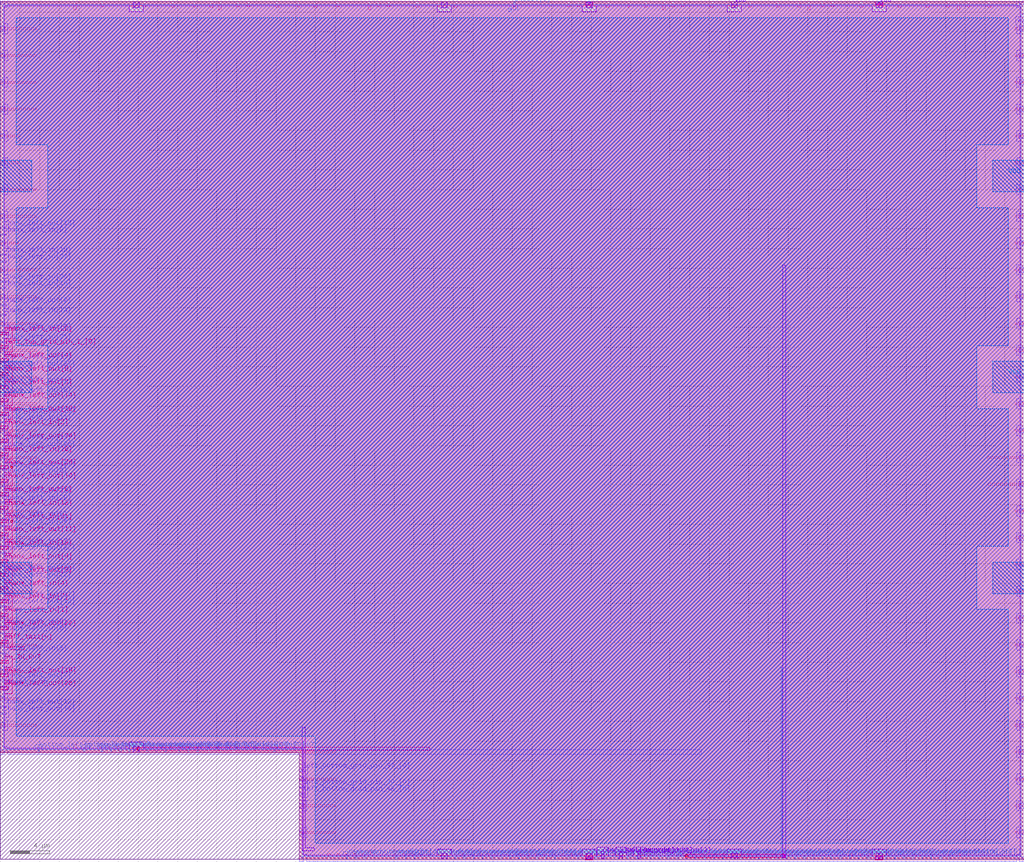
<source format=lef>
VERSION 5.7 ;
BUSBITCHARS "[]" ;

UNITS
  DATABASE MICRONS 1000 ;
END UNITS

MANUFACTURINGGRID 0.005 ;

LAYER li1
  TYPE ROUTING ;
  DIRECTION VERTICAL ;
  PITCH 0.46 ;
  WIDTH 0.17 ;
END li1

LAYER mcon
  TYPE CUT ;
END mcon

LAYER met1
  TYPE ROUTING ;
  DIRECTION HORIZONTAL ;
  PITCH 0.34 ;
  WIDTH 0.14 ;
END met1

LAYER via
  TYPE CUT ;
END via

LAYER met2
  TYPE ROUTING ;
  DIRECTION VERTICAL ;
  PITCH 0.46 ;
  WIDTH 0.14 ;
END met2

LAYER via2
  TYPE CUT ;
END via2

LAYER met3
  TYPE ROUTING ;
  DIRECTION HORIZONTAL ;
  PITCH 0.68 ;
  WIDTH 0.3 ;
END met3

LAYER via3
  TYPE CUT ;
END via3

LAYER met4
  TYPE ROUTING ;
  DIRECTION VERTICAL ;
  PITCH 0.92 ;
  WIDTH 0.3 ;
END met4

LAYER via4
  TYPE CUT ;
END via4

LAYER met5
  TYPE ROUTING ;
  DIRECTION HORIZONTAL ;
  PITCH 3.4 ;
  WIDTH 1.6 ;
END met5

LAYER nwell
  TYPE MASTERSLICE ;
END nwell

LAYER pwell
  TYPE MASTERSLICE ;
END pwell

LAYER OVERLAP
  TYPE OVERLAP ;
END OVERLAP

VIA L1M1_PR
  LAYER li1 ;
    RECT -0.085 -0.085 0.085 0.085 ;
  LAYER mcon ;
    RECT -0.085 -0.085 0.085 0.085 ;
  LAYER met1 ;
    RECT -0.145 -0.115 0.145 0.115 ;
END L1M1_PR

VIA L1M1_PR_R
  LAYER li1 ;
    RECT -0.085 -0.085 0.085 0.085 ;
  LAYER mcon ;
    RECT -0.085 -0.085 0.085 0.085 ;
  LAYER met1 ;
    RECT -0.115 -0.145 0.115 0.145 ;
END L1M1_PR_R

VIA L1M1_PR_M
  LAYER li1 ;
    RECT -0.085 -0.085 0.085 0.085 ;
  LAYER mcon ;
    RECT -0.085 -0.085 0.085 0.085 ;
  LAYER met1 ;
    RECT -0.115 -0.145 0.115 0.145 ;
END L1M1_PR_M

VIA L1M1_PR_MR
  LAYER li1 ;
    RECT -0.085 -0.085 0.085 0.085 ;
  LAYER mcon ;
    RECT -0.085 -0.085 0.085 0.085 ;
  LAYER met1 ;
    RECT -0.145 -0.115 0.145 0.115 ;
END L1M1_PR_MR

VIA L1M1_PR_C
  LAYER li1 ;
    RECT -0.085 -0.085 0.085 0.085 ;
  LAYER mcon ;
    RECT -0.085 -0.085 0.085 0.085 ;
  LAYER met1 ;
    RECT -0.145 -0.145 0.145 0.145 ;
END L1M1_PR_C

VIA M1M2_PR
  LAYER met1 ;
    RECT -0.16 -0.13 0.16 0.13 ;
  LAYER via ;
    RECT -0.075 -0.075 0.075 0.075 ;
  LAYER met2 ;
    RECT -0.13 -0.16 0.13 0.16 ;
END M1M2_PR

VIA M1M2_PR_Enc
  LAYER met1 ;
    RECT -0.16 -0.13 0.16 0.13 ;
  LAYER via ;
    RECT -0.075 -0.075 0.075 0.075 ;
  LAYER met2 ;
    RECT -0.16 -0.13 0.16 0.13 ;
END M1M2_PR_Enc

VIA M1M2_PR_R
  LAYER met1 ;
    RECT -0.13 -0.16 0.13 0.16 ;
  LAYER via ;
    RECT -0.075 -0.075 0.075 0.075 ;
  LAYER met2 ;
    RECT -0.16 -0.13 0.16 0.13 ;
END M1M2_PR_R

VIA M1M2_PR_R_Enc
  LAYER met1 ;
    RECT -0.13 -0.16 0.13 0.16 ;
  LAYER via ;
    RECT -0.075 -0.075 0.075 0.075 ;
  LAYER met2 ;
    RECT -0.13 -0.16 0.13 0.16 ;
END M1M2_PR_R_Enc

VIA M1M2_PR_M
  LAYER met1 ;
    RECT -0.16 -0.13 0.16 0.13 ;
  LAYER via ;
    RECT -0.075 -0.075 0.075 0.075 ;
  LAYER met2 ;
    RECT -0.16 -0.13 0.16 0.13 ;
END M1M2_PR_M

VIA M1M2_PR_M_Enc
  LAYER met1 ;
    RECT -0.16 -0.13 0.16 0.13 ;
  LAYER via ;
    RECT -0.075 -0.075 0.075 0.075 ;
  LAYER met2 ;
    RECT -0.13 -0.16 0.13 0.16 ;
END M1M2_PR_M_Enc

VIA M1M2_PR_MR
  LAYER met1 ;
    RECT -0.13 -0.16 0.13 0.16 ;
  LAYER via ;
    RECT -0.075 -0.075 0.075 0.075 ;
  LAYER met2 ;
    RECT -0.13 -0.16 0.13 0.16 ;
END M1M2_PR_MR

VIA M1M2_PR_MR_Enc
  LAYER met1 ;
    RECT -0.13 -0.16 0.13 0.16 ;
  LAYER via ;
    RECT -0.075 -0.075 0.075 0.075 ;
  LAYER met2 ;
    RECT -0.16 -0.13 0.16 0.13 ;
END M1M2_PR_MR_Enc

VIA M1M2_PR_C
  LAYER met1 ;
    RECT -0.16 -0.16 0.16 0.16 ;
  LAYER via ;
    RECT -0.075 -0.075 0.075 0.075 ;
  LAYER met2 ;
    RECT -0.16 -0.16 0.16 0.16 ;
END M1M2_PR_C

VIA M2M3_PR
  LAYER met2 ;
    RECT -0.14 -0.185 0.14 0.185 ;
  LAYER via2 ;
    RECT -0.1 -0.1 0.1 0.1 ;
  LAYER met3 ;
    RECT -0.165 -0.165 0.165 0.165 ;
END M2M3_PR

VIA M2M3_PR_R
  LAYER met2 ;
    RECT -0.185 -0.14 0.185 0.14 ;
  LAYER via2 ;
    RECT -0.1 -0.1 0.1 0.1 ;
  LAYER met3 ;
    RECT -0.165 -0.165 0.165 0.165 ;
END M2M3_PR_R

VIA M2M3_PR_M
  LAYER met2 ;
    RECT -0.14 -0.185 0.14 0.185 ;
  LAYER via2 ;
    RECT -0.1 -0.1 0.1 0.1 ;
  LAYER met3 ;
    RECT -0.165 -0.165 0.165 0.165 ;
END M2M3_PR_M

VIA M2M3_PR_MR
  LAYER met2 ;
    RECT -0.185 -0.14 0.185 0.14 ;
  LAYER via2 ;
    RECT -0.1 -0.1 0.1 0.1 ;
  LAYER met3 ;
    RECT -0.165 -0.165 0.165 0.165 ;
END M2M3_PR_MR

VIA M2M3_PR_C
  LAYER met2 ;
    RECT -0.185 -0.185 0.185 0.185 ;
  LAYER via2 ;
    RECT -0.1 -0.1 0.1 0.1 ;
  LAYER met3 ;
    RECT -0.165 -0.165 0.165 0.165 ;
END M2M3_PR_C

VIA M3M4_PR
  LAYER met3 ;
    RECT -0.19 -0.16 0.19 0.16 ;
  LAYER via3 ;
    RECT -0.1 -0.1 0.1 0.1 ;
  LAYER met4 ;
    RECT -0.165 -0.165 0.165 0.165 ;
END M3M4_PR

VIA M3M4_PR_R
  LAYER met3 ;
    RECT -0.16 -0.19 0.16 0.19 ;
  LAYER via3 ;
    RECT -0.1 -0.1 0.1 0.1 ;
  LAYER met4 ;
    RECT -0.165 -0.165 0.165 0.165 ;
END M3M4_PR_R

VIA M3M4_PR_M
  LAYER met3 ;
    RECT -0.19 -0.16 0.19 0.16 ;
  LAYER via3 ;
    RECT -0.1 -0.1 0.1 0.1 ;
  LAYER met4 ;
    RECT -0.165 -0.165 0.165 0.165 ;
END M3M4_PR_M

VIA M3M4_PR_MR
  LAYER met3 ;
    RECT -0.16 -0.19 0.16 0.19 ;
  LAYER via3 ;
    RECT -0.1 -0.1 0.1 0.1 ;
  LAYER met4 ;
    RECT -0.165 -0.165 0.165 0.165 ;
END M3M4_PR_MR

VIA M3M4_PR_C
  LAYER met3 ;
    RECT -0.19 -0.19 0.19 0.19 ;
  LAYER via3 ;
    RECT -0.1 -0.1 0.1 0.1 ;
  LAYER met4 ;
    RECT -0.165 -0.165 0.165 0.165 ;
END M3M4_PR_C

VIA M4M5_PR
  LAYER met4 ;
    RECT -0.59 -0.59 0.59 0.59 ;
  LAYER via4 ;
    RECT -0.4 -0.4 0.4 0.4 ;
  LAYER met5 ;
    RECT -0.71 -0.71 0.71 0.71 ;
END M4M5_PR

VIA M4M5_PR_R
  LAYER met4 ;
    RECT -0.59 -0.59 0.59 0.59 ;
  LAYER via4 ;
    RECT -0.4 -0.4 0.4 0.4 ;
  LAYER met5 ;
    RECT -0.71 -0.71 0.71 0.71 ;
END M4M5_PR_R

VIA M4M5_PR_M
  LAYER met4 ;
    RECT -0.59 -0.59 0.59 0.59 ;
  LAYER via4 ;
    RECT -0.4 -0.4 0.4 0.4 ;
  LAYER met5 ;
    RECT -0.71 -0.71 0.71 0.71 ;
END M4M5_PR_M

VIA M4M5_PR_MR
  LAYER met4 ;
    RECT -0.59 -0.59 0.59 0.59 ;
  LAYER via4 ;
    RECT -0.4 -0.4 0.4 0.4 ;
  LAYER met5 ;
    RECT -0.71 -0.71 0.71 0.71 ;
END M4M5_PR_MR

VIA M4M5_PR_C
  LAYER met4 ;
    RECT -0.59 -0.59 0.59 0.59 ;
  LAYER via4 ;
    RECT -0.4 -0.4 0.4 0.4 ;
  LAYER met5 ;
    RECT -0.71 -0.71 0.71 0.71 ;
END M4M5_PR_C

SITE unit
  CLASS CORE ;
  SYMMETRY Y ;
  SIZE 0.46 BY 2.72 ;
END unit

SITE unithddbl
  CLASS CORE ;
  SIZE 0.46 BY 5.44 ;
END unithddbl

MACRO sb_2__2_
  CLASS BLOCK ;
  ORIGIN 0 0 ;
  SIZE 103.96 BY 87.04 ;
  SYMMETRY X Y ;
  PIN pReset[0]
    DIRECTION INPUT ;
    USE SIGNAL ;
    PORT
      LAYER met2 ;
        RECT 52.14 86.555 52.28 87.04 ;
    END
  END pReset[0]
  PIN chany_bottom_in[0]
    DIRECTION INPUT ;
    USE SIGNAL ;
    PORT
      LAYER met4 ;
        RECT 62.87 0 63.17 0.8 ;
    END
  END chany_bottom_in[0]
  PIN chany_bottom_in[1]
    DIRECTION INPUT ;
    USE SIGNAL ;
    PORT
      LAYER met4 ;
        RECT 61.03 0 61.33 0.8 ;
    END
  END chany_bottom_in[1]
  PIN chany_bottom_in[2]
    DIRECTION INPUT ;
    USE SIGNAL ;
    PORT
      LAYER met4 ;
        RECT 64.71 0 65.01 0.8 ;
    END
  END chany_bottom_in[2]
  PIN chany_bottom_in[3]
    DIRECTION INPUT ;
    USE SIGNAL ;
    PORT
      LAYER met2 ;
        RECT 45.24 0 45.38 0.485 ;
    END
  END chany_bottom_in[3]
  PIN chany_bottom_in[4]
    DIRECTION INPUT ;
    USE SIGNAL ;
    PORT
      LAYER met2 ;
        RECT 69.62 0 69.76 0.485 ;
    END
  END chany_bottom_in[4]
  PIN chany_bottom_in[5]
    DIRECTION INPUT ;
    USE SIGNAL ;
    PORT
      LAYER met2 ;
        RECT 96.3 0 96.44 0.485 ;
    END
  END chany_bottom_in[5]
  PIN chany_bottom_in[6]
    DIRECTION INPUT ;
    USE SIGNAL ;
    PORT
      LAYER met2 ;
        RECT 48.92 0 49.06 0.485 ;
    END
  END chany_bottom_in[6]
  PIN chany_bottom_in[7]
    DIRECTION INPUT ;
    USE SIGNAL ;
    PORT
      LAYER met2 ;
        RECT 88.02 0 88.16 0.485 ;
    END
  END chany_bottom_in[7]
  PIN chany_bottom_in[8]
    DIRECTION INPUT ;
    USE SIGNAL ;
    PORT
      LAYER met2 ;
        RECT 71.46 0 71.6 0.485 ;
    END
  END chany_bottom_in[8]
  PIN chany_bottom_in[9]
    DIRECTION INPUT ;
    USE SIGNAL ;
    PORT
      LAYER met2 ;
        RECT 72.38 0 72.52 0.485 ;
    END
  END chany_bottom_in[9]
  PIN chany_bottom_in[10]
    DIRECTION INPUT ;
    USE SIGNAL ;
    PORT
      LAYER met2 ;
        RECT 57.66 0 57.8 0.485 ;
    END
  END chany_bottom_in[10]
  PIN chany_bottom_in[11]
    DIRECTION INPUT ;
    USE SIGNAL ;
    PORT
      LAYER met2 ;
        RECT 46.16 0 46.3 0.485 ;
    END
  END chany_bottom_in[11]
  PIN chany_bottom_in[12]
    DIRECTION INPUT ;
    USE SIGNAL ;
    PORT
      LAYER met2 ;
        RECT 56.28 0 56.42 0.485 ;
    END
  END chany_bottom_in[12]
  PIN chany_bottom_in[13]
    DIRECTION INPUT ;
    USE SIGNAL ;
    PORT
      LAYER met2 ;
        RECT 77.9 0 78.04 0.485 ;
    END
  END chany_bottom_in[13]
  PIN chany_bottom_in[14]
    DIRECTION INPUT ;
    USE SIGNAL ;
    PORT
      LAYER met2 ;
        RECT 58.58 0 58.72 0.485 ;
    END
  END chany_bottom_in[14]
  PIN chany_bottom_in[15]
    DIRECTION INPUT ;
    USE SIGNAL ;
    PORT
      LAYER met2 ;
        RECT 92.62 0 92.76 0.485 ;
    END
  END chany_bottom_in[15]
  PIN chany_bottom_in[16]
    DIRECTION INPUT ;
    USE SIGNAL ;
    PORT
      LAYER met2 ;
        RECT 91.7 0 91.84 0.485 ;
    END
  END chany_bottom_in[16]
  PIN chany_bottom_in[17]
    DIRECTION INPUT ;
    USE SIGNAL ;
    PORT
      LAYER met2 ;
        RECT 95.38 0 95.52 0.485 ;
    END
  END chany_bottom_in[17]
  PIN chany_bottom_in[18]
    DIRECTION INPUT ;
    USE SIGNAL ;
    PORT
      LAYER met2 ;
        RECT 60.42 0 60.56 0.485 ;
    END
  END chany_bottom_in[18]
  PIN chany_bottom_in[19]
    DIRECTION INPUT ;
    USE SIGNAL ;
    PORT
      LAYER met2 ;
        RECT 47.08 0 47.22 0.485 ;
    END
  END chany_bottom_in[19]
  PIN chany_bottom_in[20]
    DIRECTION INPUT ;
    USE SIGNAL ;
    PORT
      LAYER met2 ;
        RECT 73.3 0 73.44 0.485 ;
    END
  END chany_bottom_in[20]
  PIN chany_bottom_in[21]
    DIRECTION INPUT ;
    USE SIGNAL ;
    PORT
      LAYER met2 ;
        RECT 81.58 0 81.72 0.485 ;
    END
  END chany_bottom_in[21]
  PIN chany_bottom_in[22]
    DIRECTION INPUT ;
    USE SIGNAL ;
    PORT
      LAYER met2 ;
        RECT 86.18 0 86.32 0.485 ;
    END
  END chany_bottom_in[22]
  PIN chany_bottom_in[23]
    DIRECTION INPUT ;
    USE SIGNAL ;
    PORT
      LAYER met2 ;
        RECT 70.54 0 70.68 0.485 ;
    END
  END chany_bottom_in[23]
  PIN chany_bottom_in[24]
    DIRECTION INPUT ;
    USE SIGNAL ;
    PORT
      LAYER met2 ;
        RECT 62.72 0 62.86 0.485 ;
    END
  END chany_bottom_in[24]
  PIN chany_bottom_in[25]
    DIRECTION INPUT ;
    USE SIGNAL ;
    PORT
      LAYER met2 ;
        RECT 93.54 0 93.68 0.485 ;
    END
  END chany_bottom_in[25]
  PIN chany_bottom_in[26]
    DIRECTION INPUT ;
    USE SIGNAL ;
    PORT
      LAYER met2 ;
        RECT 61.34 0 61.48 0.485 ;
    END
  END chany_bottom_in[26]
  PIN chany_bottom_in[27]
    DIRECTION INPUT ;
    USE SIGNAL ;
    PORT
      LAYER met2 ;
        RECT 55.36 0 55.5 0.485 ;
    END
  END chany_bottom_in[27]
  PIN chany_bottom_in[28]
    DIRECTION INPUT ;
    USE SIGNAL ;
    PORT
      LAYER met2 ;
        RECT 90.78 0 90.92 0.485 ;
    END
  END chany_bottom_in[28]
  PIN chany_bottom_in[29]
    DIRECTION INPUT ;
    USE SIGNAL ;
    PORT
      LAYER met2 ;
        RECT 87.1 0 87.24 0.485 ;
    END
  END chany_bottom_in[29]
  PIN bottom_right_grid_pin_1_[0]
    DIRECTION INPUT ;
    USE SIGNAL ;
    PORT
      LAYER met2 ;
        RECT 68.7 0 68.84 0.485 ;
    END
  END bottom_right_grid_pin_1_[0]
  PIN bottom_left_grid_pin_44_[0]
    DIRECTION INPUT ;
    USE SIGNAL ;
    PORT
      LAYER met2 ;
        RECT 8.44 10.88 8.58 11.365 ;
    END
  END bottom_left_grid_pin_44_[0]
  PIN bottom_left_grid_pin_45_[0]
    DIRECTION INPUT ;
    USE SIGNAL ;
    PORT
      LAYER met2 ;
        RECT 11.2 10.88 11.34 11.365 ;
    END
  END bottom_left_grid_pin_45_[0]
  PIN bottom_left_grid_pin_46_[0]
    DIRECTION INPUT ;
    USE SIGNAL ;
    PORT
      LAYER met2 ;
        RECT 3.84 10.88 3.98 11.365 ;
    END
  END bottom_left_grid_pin_46_[0]
  PIN bottom_left_grid_pin_47_[0]
    DIRECTION INPUT ;
    USE SIGNAL ;
    PORT
      LAYER met2 ;
        RECT 19.94 10.88 20.08 11.365 ;
    END
  END bottom_left_grid_pin_47_[0]
  PIN bottom_left_grid_pin_48_[0]
    DIRECTION INPUT ;
    USE SIGNAL ;
    PORT
      LAYER met2 ;
        RECT 19.02 10.88 19.16 11.365 ;
    END
  END bottom_left_grid_pin_48_[0]
  PIN bottom_left_grid_pin_49_[0]
    DIRECTION INPUT ;
    USE SIGNAL ;
    PORT
      LAYER met2 ;
        RECT 18.1 10.88 18.24 11.365 ;
    END
  END bottom_left_grid_pin_49_[0]
  PIN bottom_left_grid_pin_50_[0]
    DIRECTION INPUT ;
    USE SIGNAL ;
    PORT
      LAYER met2 ;
        RECT 16.72 10.88 16.86 11.365 ;
    END
  END bottom_left_grid_pin_50_[0]
  PIN bottom_left_grid_pin_51_[0]
    DIRECTION INPUT ;
    USE SIGNAL ;
    PORT
      LAYER met2 ;
        RECT 15.8 10.88 15.94 11.365 ;
    END
  END bottom_left_grid_pin_51_[0]
  PIN chanx_left_in[0]
    DIRECTION INPUT ;
    USE SIGNAL ;
    PORT
      LAYER met1 ;
        RECT 0 38.86 0.595 39 ;
    END
  END chanx_left_in[0]
  PIN chanx_left_in[1]
    DIRECTION INPUT ;
    USE SIGNAL ;
    PORT
      LAYER met3 ;
        RECT 0 24.67 0.8 24.97 ;
    END
  END chanx_left_in[1]
  PIN chanx_left_in[2]
    DIRECTION INPUT ;
    USE SIGNAL ;
    PORT
      LAYER met3 ;
        RECT 0 43.71 0.8 44.01 ;
    END
  END chanx_left_in[2]
  PIN chanx_left_in[3]
    DIRECTION INPUT ;
    USE SIGNAL ;
    PORT
      LAYER met1 ;
        RECT 0 20.84 0.595 20.98 ;
    END
  END chanx_left_in[3]
  PIN chanx_left_in[4]
    DIRECTION INPUT ;
    USE SIGNAL ;
    PORT
      LAYER met3 ;
        RECT 0 27.39 0.8 27.69 ;
    END
  END chanx_left_in[4]
  PIN chanx_left_in[5]
    DIRECTION INPUT ;
    USE SIGNAL ;
    PORT
      LAYER met1 ;
        RECT 0 23.56 0.595 23.7 ;
    END
  END chanx_left_in[5]
  PIN chanx_left_in[6]
    DIRECTION INPUT ;
    USE SIGNAL ;
    PORT
      LAYER met1 ;
        RECT 0 34.44 0.595 34.58 ;
    END
  END chanx_left_in[6]
  PIN chanx_left_in[7]
    DIRECTION INPUT ;
    USE SIGNAL ;
    PORT
      LAYER met3 ;
        RECT 0 26.03 0.8 26.33 ;
    END
  END chanx_left_in[7]
  PIN chanx_left_in[8]
    DIRECTION INPUT ;
    USE SIGNAL ;
    PORT
      LAYER met1 ;
        RECT 0 22.88 0.595 23.02 ;
    END
  END chanx_left_in[8]
  PIN chanx_left_in[9]
    DIRECTION INPUT ;
    USE SIGNAL ;
    PORT
      LAYER met1 ;
        RECT 0 63.34 0.595 63.48 ;
    END
  END chanx_left_in[9]
  PIN chanx_left_in[10]
    DIRECTION INPUT ;
    USE SIGNAL ;
    PORT
      LAYER met1 ;
        RECT 0 57.9 0.595 58.04 ;
    END
  END chanx_left_in[10]
  PIN chanx_left_in[11]
    DIRECTION INPUT ;
    USE SIGNAL ;
    PORT
      LAYER met1 ;
        RECT 0 44.3 0.595 44.44 ;
    END
  END chanx_left_in[11]
  PIN chanx_left_in[12]
    DIRECTION INPUT ;
    USE SIGNAL ;
    PORT
      LAYER met3 ;
        RECT 0 35.55 0.8 35.85 ;
    END
  END chanx_left_in[12]
  PIN chanx_left_in[13]
    DIRECTION INPUT ;
    USE SIGNAL ;
    PORT
      LAYER met1 ;
        RECT 0 42.26 0.595 42.4 ;
    END
  END chanx_left_in[13]
  PIN chanx_left_in[14]
    DIRECTION INPUT ;
    USE SIGNAL ;
    PORT
      LAYER met1 ;
        RECT 0 55.18 0.595 55.32 ;
    END
  END chanx_left_in[14]
  PIN chanx_left_in[15]
    DIRECTION INPUT ;
    USE SIGNAL ;
    PORT
      LAYER met1 ;
        RECT 0 50.42 0.595 50.56 ;
    END
  END chanx_left_in[15]
  PIN chanx_left_in[16]
    DIRECTION INPUT ;
    USE SIGNAL ;
    PORT
      LAYER met1 ;
        RECT 0 61.3 0.595 61.44 ;
    END
  END chanx_left_in[16]
  PIN chanx_left_in[17]
    DIRECTION INPUT ;
    USE SIGNAL ;
    PORT
      LAYER met1 ;
        RECT 0 31.72 0.595 31.86 ;
    END
  END chanx_left_in[17]
  PIN chanx_left_in[18]
    DIRECTION INPUT ;
    USE SIGNAL ;
    PORT
      LAYER met1 ;
        RECT 0 47.02 0.595 47.16 ;
    END
  END chanx_left_in[18]
  PIN chanx_left_in[19]
    DIRECTION INPUT ;
    USE SIGNAL ;
    PORT
      LAYER met3 ;
        RECT 0 31.47 0.8 31.77 ;
    END
  END chanx_left_in[19]
  PIN chanx_left_in[20]
    DIRECTION INPUT ;
    USE SIGNAL ;
    PORT
      LAYER met3 ;
        RECT 0 40.99 0.8 41.29 ;
    END
  END chanx_left_in[20]
  PIN chanx_left_in[21]
    DIRECTION INPUT ;
    USE SIGNAL ;
    PORT
      LAYER met3 ;
        RECT 0 34.19 0.8 34.49 ;
    END
  END chanx_left_in[21]
  PIN chanx_left_in[22]
    DIRECTION INPUT ;
    USE SIGNAL ;
    PORT
      LAYER met1 ;
        RECT 0 28.32 0.595 28.46 ;
    END
  END chanx_left_in[22]
  PIN chanx_left_in[23]
    DIRECTION INPUT ;
    USE SIGNAL ;
    PORT
      LAYER met1 ;
        RECT 0 36.82 0.595 36.96 ;
    END
  END chanx_left_in[23]
  PIN chanx_left_in[24]
    DIRECTION INPUT ;
    USE SIGNAL ;
    PORT
      LAYER met1 ;
        RECT 0 33.76 0.595 33.9 ;
    END
  END chanx_left_in[24]
  PIN chanx_left_in[25]
    DIRECTION INPUT ;
    USE SIGNAL ;
    PORT
      LAYER met1 ;
        RECT 0 52.46 0.595 52.6 ;
    END
  END chanx_left_in[25]
  PIN chanx_left_in[26]
    DIRECTION INPUT ;
    USE SIGNAL ;
    PORT
      LAYER met1 ;
        RECT 0 58.58 0.595 58.72 ;
    END
  END chanx_left_in[26]
  PIN chanx_left_in[27]
    DIRECTION INPUT ;
    USE SIGNAL ;
    PORT
      LAYER met1 ;
        RECT 0 60.62 0.595 60.76 ;
    END
  END chanx_left_in[27]
  PIN chanx_left_in[28]
    DIRECTION INPUT ;
    USE SIGNAL ;
    PORT
      LAYER met3 ;
        RECT 0 53.23 0.8 53.53 ;
    END
  END chanx_left_in[28]
  PIN chanx_left_in[29]
    DIRECTION INPUT ;
    USE SIGNAL ;
    PORT
      LAYER met1 ;
        RECT 0 36.14 0.595 36.28 ;
    END
  END chanx_left_in[29]
  PIN left_top_grid_pin_1_[0]
    DIRECTION INPUT ;
    USE SIGNAL ;
    PORT
      LAYER met3 ;
        RECT 0 51.87 0.8 52.17 ;
    END
  END left_top_grid_pin_1_[0]
  PIN left_bottom_grid_pin_36_[0]
    DIRECTION INPUT ;
    USE SIGNAL ;
    PORT
      LAYER met2 ;
        RECT 12.12 10.88 12.26 11.365 ;
    END
  END left_bottom_grid_pin_36_[0]
  PIN left_bottom_grid_pin_37_[0]
    DIRECTION INPUT ;
    USE SIGNAL ;
    PORT
      LAYER met1 ;
        RECT 30.36 8.94 30.955 9.08 ;
    END
  END left_bottom_grid_pin_37_[0]
  PIN left_bottom_grid_pin_38_[0]
    DIRECTION INPUT ;
    USE SIGNAL ;
    PORT
      LAYER met2 ;
        RECT 10.28 10.88 10.42 11.365 ;
    END
  END left_bottom_grid_pin_38_[0]
  PIN left_bottom_grid_pin_39_[0]
    DIRECTION INPUT ;
    USE SIGNAL ;
    PORT
      LAYER met1 ;
        RECT 30.36 7.24 30.955 7.38 ;
    END
  END left_bottom_grid_pin_39_[0]
  PIN left_bottom_grid_pin_40_[0]
    DIRECTION INPUT ;
    USE SIGNAL ;
    PORT
      LAYER met2 ;
        RECT 13.04 10.88 13.18 11.365 ;
    END
  END left_bottom_grid_pin_40_[0]
  PIN left_bottom_grid_pin_41_[0]
    DIRECTION INPUT ;
    USE SIGNAL ;
    PORT
      LAYER met2 ;
        RECT 13.96 10.88 14.1 11.365 ;
    END
  END left_bottom_grid_pin_41_[0]
  PIN left_bottom_grid_pin_42_[0]
    DIRECTION INPUT ;
    USE SIGNAL ;
    PORT
      LAYER met1 ;
        RECT 30.36 6.56 30.955 6.7 ;
    END
  END left_bottom_grid_pin_42_[0]
  PIN left_bottom_grid_pin_43_[0]
    DIRECTION INPUT ;
    USE SIGNAL ;
    PORT
      LAYER met2 ;
        RECT 14.88 10.88 15.02 11.365 ;
    END
  END left_bottom_grid_pin_43_[0]
  PIN ccff_head[0]
    DIRECTION INPUT ;
    USE SIGNAL ;
    PORT
      LAYER met1 ;
        RECT 103.365 85.1 103.96 85.24 ;
    END
  END ccff_head[0]
  PIN chany_bottom_out[0]
    DIRECTION OUTPUT ;
    USE SIGNAL ;
    PORT
      LAYER met2 ;
        RECT 36.96 0 37.1 0.485 ;
    END
  END chany_bottom_out[0]
  PIN chany_bottom_out[1]
    DIRECTION OUTPUT ;
    USE SIGNAL ;
    PORT
      LAYER met2 ;
        RECT 36.04 0 36.18 0.485 ;
    END
  END chany_bottom_out[1]
  PIN chany_bottom_out[2]
    DIRECTION OUTPUT ;
    USE SIGNAL ;
    PORT
      LAYER met2 ;
        RECT 35.12 0 35.26 0.485 ;
    END
  END chany_bottom_out[2]
  PIN chany_bottom_out[3]
    DIRECTION OUTPUT ;
    USE SIGNAL ;
    PORT
      LAYER met2 ;
        RECT 41.1 0 41.24 0.485 ;
    END
  END chany_bottom_out[3]
  PIN chany_bottom_out[4]
    DIRECTION OUTPUT ;
    USE SIGNAL ;
    PORT
      LAYER met2 ;
        RECT 51.68 0 51.82 0.485 ;
    END
  END chany_bottom_out[4]
  PIN chany_bottom_out[5]
    DIRECTION OUTPUT ;
    USE SIGNAL ;
    PORT
      LAYER met2 ;
        RECT 40.18 0 40.32 0.485 ;
    END
  END chany_bottom_out[5]
  PIN chany_bottom_out[6]
    DIRECTION OUTPUT ;
    USE SIGNAL ;
    PORT
      LAYER met2 ;
        RECT 84.34 0 84.48 0.485 ;
    END
  END chany_bottom_out[6]
  PIN chany_bottom_out[7]
    DIRECTION OUTPUT ;
    USE SIGNAL ;
    PORT
      LAYER met2 ;
        RECT 50.76 0 50.9 0.485 ;
    END
  END chany_bottom_out[7]
  PIN chany_bottom_out[8]
    DIRECTION OUTPUT ;
    USE SIGNAL ;
    PORT
      LAYER met2 ;
        RECT 85.26 0 85.4 0.485 ;
    END
  END chany_bottom_out[8]
  PIN chany_bottom_out[9]
    DIRECTION OUTPUT ;
    USE SIGNAL ;
    PORT
      LAYER met2 ;
        RECT 67.78 0 67.92 0.485 ;
    END
  END chany_bottom_out[9]
  PIN chany_bottom_out[10]
    DIRECTION OUTPUT ;
    USE SIGNAL ;
    PORT
      LAYER met2 ;
        RECT 78.82 0 78.96 0.485 ;
    END
  END chany_bottom_out[10]
  PIN chany_bottom_out[11]
    DIRECTION OUTPUT ;
    USE SIGNAL ;
    PORT
      LAYER met2 ;
        RECT 76.98 0 77.12 0.485 ;
    END
  END chany_bottom_out[11]
  PIN chany_bottom_out[12]
    DIRECTION OUTPUT ;
    USE SIGNAL ;
    PORT
      LAYER met2 ;
        RECT 49.84 0 49.98 0.485 ;
    END
  END chany_bottom_out[12]
  PIN chany_bottom_out[13]
    DIRECTION OUTPUT ;
    USE SIGNAL ;
    PORT
      LAYER met2 ;
        RECT 80.66 0 80.8 0.485 ;
    END
  END chany_bottom_out[13]
  PIN chany_bottom_out[14]
    DIRECTION OUTPUT ;
    USE SIGNAL ;
    PORT
      LAYER met2 ;
        RECT 82.5 0 82.64 0.485 ;
    END
  END chany_bottom_out[14]
  PIN chany_bottom_out[15]
    DIRECTION OUTPUT ;
    USE SIGNAL ;
    PORT
      LAYER met2 ;
        RECT 74.22 0 74.36 0.485 ;
    END
  END chany_bottom_out[15]
  PIN chany_bottom_out[16]
    DIRECTION OUTPUT ;
    USE SIGNAL ;
    PORT
      LAYER met2 ;
        RECT 52.6 0 52.74 0.485 ;
    END
  END chany_bottom_out[16]
  PIN chany_bottom_out[17]
    DIRECTION OUTPUT ;
    USE SIGNAL ;
    PORT
      LAYER met2 ;
        RECT 76.06 0 76.2 0.485 ;
    END
  END chany_bottom_out[17]
  PIN chany_bottom_out[18]
    DIRECTION OUTPUT ;
    USE SIGNAL ;
    PORT
      LAYER met2 ;
        RECT 53.52 0 53.66 0.485 ;
    END
  END chany_bottom_out[18]
  PIN chany_bottom_out[19]
    DIRECTION OUTPUT ;
    USE SIGNAL ;
    PORT
      LAYER met2 ;
        RECT 83.42 0 83.56 0.485 ;
    END
  END chany_bottom_out[19]
  PIN chany_bottom_out[20]
    DIRECTION OUTPUT ;
    USE SIGNAL ;
    PORT
      LAYER met2 ;
        RECT 65.94 0 66.08 0.485 ;
    END
  END chany_bottom_out[20]
  PIN chany_bottom_out[21]
    DIRECTION OUTPUT ;
    USE SIGNAL ;
    PORT
      LAYER met2 ;
        RECT 89.86 0 90 0.485 ;
    END
  END chany_bottom_out[21]
  PIN chany_bottom_out[22]
    DIRECTION OUTPUT ;
    USE SIGNAL ;
    PORT
      LAYER met2 ;
        RECT 66.86 0 67 0.485 ;
    END
  END chany_bottom_out[22]
  PIN chany_bottom_out[23]
    DIRECTION OUTPUT ;
    USE SIGNAL ;
    PORT
      LAYER met2 ;
        RECT 64.56 0 64.7 0.485 ;
    END
  END chany_bottom_out[23]
  PIN chany_bottom_out[24]
    DIRECTION OUTPUT ;
    USE SIGNAL ;
    PORT
      LAYER met2 ;
        RECT 63.64 0 63.78 0.485 ;
    END
  END chany_bottom_out[24]
  PIN chany_bottom_out[25]
    DIRECTION OUTPUT ;
    USE SIGNAL ;
    PORT
      LAYER met2 ;
        RECT 48 0 48.14 0.485 ;
    END
  END chany_bottom_out[25]
  PIN chany_bottom_out[26]
    DIRECTION OUTPUT ;
    USE SIGNAL ;
    PORT
      LAYER met2 ;
        RECT 79.74 0 79.88 0.485 ;
    END
  END chany_bottom_out[26]
  PIN chany_bottom_out[27]
    DIRECTION OUTPUT ;
    USE SIGNAL ;
    PORT
      LAYER met2 ;
        RECT 54.44 0 54.58 0.485 ;
    END
  END chany_bottom_out[27]
  PIN chany_bottom_out[28]
    DIRECTION OUTPUT ;
    USE SIGNAL ;
    PORT
      LAYER met2 ;
        RECT 75.14 0 75.28 0.485 ;
    END
  END chany_bottom_out[28]
  PIN chany_bottom_out[29]
    DIRECTION OUTPUT ;
    USE SIGNAL ;
    PORT
      LAYER met2 ;
        RECT 94.46 0 94.6 0.485 ;
    END
  END chany_bottom_out[29]
  PIN chanx_left_out[0]
    DIRECTION OUTPUT ;
    USE SIGNAL ;
    PORT
      LAYER met1 ;
        RECT 0 53.48 0.595 53.62 ;
    END
  END chanx_left_out[0]
  PIN chanx_left_out[1]
    DIRECTION OUTPUT ;
    USE SIGNAL ;
    PORT
      LAYER met1 ;
        RECT 0 48.04 0.595 48.18 ;
    END
  END chanx_left_out[1]
  PIN chanx_left_out[2]
    DIRECTION OUTPUT ;
    USE SIGNAL ;
    PORT
      LAYER met1 ;
        RECT 0 56.2 0.595 56.34 ;
    END
  END chanx_left_out[2]
  PIN chanx_left_out[3]
    DIRECTION OUTPUT ;
    USE SIGNAL ;
    PORT
      LAYER met3 ;
        RECT 0 47.79 0.8 48.09 ;
    END
  END chanx_left_out[3]
  PIN chanx_left_out[4]
    DIRECTION OUTPUT ;
    USE SIGNAL ;
    PORT
      LAYER met3 ;
        RECT 0 50.51 0.8 50.81 ;
    END
  END chanx_left_out[4]
  PIN chanx_left_out[5]
    DIRECTION OUTPUT ;
    USE SIGNAL ;
    PORT
      LAYER met3 ;
        RECT 0 49.15 0.8 49.45 ;
    END
  END chanx_left_out[5]
  PIN chanx_left_out[6]
    DIRECTION OUTPUT ;
    USE SIGNAL ;
    PORT
      LAYER met3 ;
        RECT 0 36.91 0.8 37.21 ;
    END
  END chanx_left_out[6]
  PIN chanx_left_out[7]
    DIRECTION OUTPUT ;
    USE SIGNAL ;
    PORT
      LAYER met1 ;
        RECT 0 18.12 0.595 18.26 ;
    END
  END chanx_left_out[7]
  PIN chanx_left_out[8]
    DIRECTION OUTPUT ;
    USE SIGNAL ;
    PORT
      LAYER met3 ;
        RECT 0 30.11 0.8 30.41 ;
    END
  END chanx_left_out[8]
  PIN chanx_left_out[9]
    DIRECTION OUTPUT ;
    USE SIGNAL ;
    PORT
      LAYER met3 ;
        RECT 0 28.75 0.8 29.05 ;
    END
  END chanx_left_out[9]
  PIN chanx_left_out[10]
    DIRECTION OUTPUT ;
    USE SIGNAL ;
    PORT
      LAYER met3 ;
        RECT 0 38.27 0.8 38.57 ;
    END
  END chanx_left_out[10]
  PIN chanx_left_out[11]
    DIRECTION OUTPUT ;
    USE SIGNAL ;
    PORT
      LAYER met3 ;
        RECT 0 32.83 0.8 33.13 ;
    END
  END chanx_left_out[11]
  PIN chanx_left_out[12]
    DIRECTION OUTPUT ;
    USE SIGNAL ;
    PORT
      LAYER met1 ;
        RECT 0 25.6 0.595 25.74 ;
    END
  END chanx_left_out[12]
  PIN chanx_left_out[13]
    DIRECTION OUTPUT ;
    USE SIGNAL ;
    PORT
      LAYER met1 ;
        RECT 0 15.4 0.595 15.54 ;
    END
  END chanx_left_out[13]
  PIN chanx_left_out[14]
    DIRECTION OUTPUT ;
    USE SIGNAL ;
    PORT
      LAYER met3 ;
        RECT 0 46.43 0.8 46.73 ;
    END
  END chanx_left_out[14]
  PIN chanx_left_out[15]
    DIRECTION OUTPUT ;
    USE SIGNAL ;
    PORT
      LAYER met3 ;
        RECT 0 45.07 0.8 45.37 ;
    END
  END chanx_left_out[15]
  PIN chanx_left_out[16]
    DIRECTION OUTPUT ;
    USE SIGNAL ;
    PORT
      LAYER met1 ;
        RECT 0 14.72 0.595 14.86 ;
    END
  END chanx_left_out[16]
  PIN chanx_left_out[17]
    DIRECTION OUTPUT ;
    USE SIGNAL ;
    PORT
      LAYER met1 ;
        RECT 0 26.28 0.595 26.42 ;
    END
  END chanx_left_out[17]
  PIN chanx_left_out[18]
    DIRECTION OUTPUT ;
    USE SIGNAL ;
    PORT
      LAYER met1 ;
        RECT 0 64.02 0.595 64.16 ;
    END
  END chanx_left_out[18]
  PIN chanx_left_out[19]
    DIRECTION OUTPUT ;
    USE SIGNAL ;
    PORT
      LAYER met3 ;
        RECT 0 18.55 0.8 18.85 ;
    END
  END chanx_left_out[19]
  PIN chanx_left_out[20]
    DIRECTION OUTPUT ;
    USE SIGNAL ;
    PORT
      LAYER met1 ;
        RECT 0 41.58 0.595 41.72 ;
    END
  END chanx_left_out[20]
  PIN chanx_left_out[21]
    DIRECTION OUTPUT ;
    USE SIGNAL ;
    PORT
      LAYER met1 ;
        RECT 0 39.54 0.595 39.68 ;
    END
  END chanx_left_out[21]
  PIN chanx_left_out[22]
    DIRECTION OUTPUT ;
    USE SIGNAL ;
    PORT
      LAYER met3 ;
        RECT 0 23.31 0.8 23.61 ;
    END
  END chanx_left_out[22]
  PIN chanx_left_out[23]
    DIRECTION OUTPUT ;
    USE SIGNAL ;
    PORT
      LAYER met1 ;
        RECT 0 31.04 0.595 31.18 ;
    END
  END chanx_left_out[23]
  PIN chanx_left_out[24]
    DIRECTION OUTPUT ;
    USE SIGNAL ;
    PORT
      LAYER met3 ;
        RECT 0 42.35 0.8 42.65 ;
    END
  END chanx_left_out[24]
  PIN chanx_left_out[25]
    DIRECTION OUTPUT ;
    USE SIGNAL ;
    PORT
      LAYER met1 ;
        RECT 0 44.98 0.595 45.12 ;
    END
  END chanx_left_out[25]
  PIN chanx_left_out[26]
    DIRECTION OUTPUT ;
    USE SIGNAL ;
    PORT
      LAYER met3 ;
        RECT 0 39.63 0.8 39.93 ;
    END
  END chanx_left_out[26]
  PIN chanx_left_out[27]
    DIRECTION OUTPUT ;
    USE SIGNAL ;
    PORT
      LAYER met1 ;
        RECT 0 49.74 0.595 49.88 ;
    END
  END chanx_left_out[27]
  PIN chanx_left_out[28]
    DIRECTION OUTPUT ;
    USE SIGNAL ;
    PORT
      LAYER met3 ;
        RECT 0 17.19 0.8 17.49 ;
    END
  END chanx_left_out[28]
  PIN chanx_left_out[29]
    DIRECTION OUTPUT ;
    USE SIGNAL ;
    PORT
      LAYER met1 ;
        RECT 0 29 0.595 29.14 ;
    END
  END chanx_left_out[29]
  PIN ccff_tail[0]
    DIRECTION OUTPUT ;
    USE SIGNAL ;
    PORT
      LAYER met3 ;
        RECT 0 21.95 0.8 22.25 ;
    END
  END ccff_tail[0]
  PIN SC_IN_BOT
    DIRECTION INPUT ;
    USE SIGNAL ;
    PORT
      LAYER met3 ;
        RECT 0 19.91 0.8 20.21 ;
    END
  END SC_IN_BOT
  PIN SC_OUT_BOT
    DIRECTION OUTPUT ;
    USE SIGNAL ;
    PORT
      LAYER met2 ;
        RECT 27.76 10.88 27.9 11.365 ;
    END
  END SC_OUT_BOT
  PIN pReset_W_in
    DIRECTION INPUT ;
    USE SIGNAL ;
    PORT
      LAYER met1 ;
        RECT 0 17.44 0.595 17.58 ;
    END
  END pReset_W_in
  PIN prog_clk_0_S_in
    DIRECTION INPUT ;
    USE CLOCK ;
    PORT
      LAYER met2 ;
        RECT 42.02 0 42.16 0.485 ;
    END
  END prog_clk_0_S_in
  PIN VDD
    DIRECTION INPUT ;
    USE POWER ;
    PORT
      LAYER met5 ;
        RECT 0 26.96 3.2 30.16 ;
        RECT 100.76 26.96 103.96 30.16 ;
        RECT 0 67.76 3.2 70.96 ;
        RECT 100.76 67.76 103.96 70.96 ;
      LAYER met4 ;
        RECT 44.78 0 45.38 0.6 ;
        RECT 74.22 0 74.82 0.6 ;
        RECT 13.5 10.88 14.1 11.48 ;
        RECT 13.5 86.44 14.1 87.04 ;
        RECT 44.78 86.44 45.38 87.04 ;
        RECT 74.22 86.44 74.82 87.04 ;
      LAYER met1 ;
        RECT 30.36 2.48 30.84 2.96 ;
        RECT 103.48 2.48 103.96 2.96 ;
        RECT 30.36 7.92 30.84 8.4 ;
        RECT 103.48 7.92 103.96 8.4 ;
        RECT 0 13.36 0.48 13.84 ;
        RECT 103.48 13.36 103.96 13.84 ;
        RECT 0 18.8 0.48 19.28 ;
        RECT 103.48 18.8 103.96 19.28 ;
        RECT 0 24.24 0.48 24.72 ;
        RECT 103.48 24.24 103.96 24.72 ;
        RECT 0 29.68 0.48 30.16 ;
        RECT 103.48 29.68 103.96 30.16 ;
        RECT 0 35.12 0.48 35.6 ;
        RECT 103.48 35.12 103.96 35.6 ;
        RECT 0 40.56 0.48 41.04 ;
        RECT 103.48 40.56 103.96 41.04 ;
        RECT 0 46 0.48 46.48 ;
        RECT 103.48 46 103.96 46.48 ;
        RECT 0 51.44 0.48 51.92 ;
        RECT 103.48 51.44 103.96 51.92 ;
        RECT 0 56.88 0.48 57.36 ;
        RECT 103.48 56.88 103.96 57.36 ;
        RECT 0 62.32 0.48 62.8 ;
        RECT 103.48 62.32 103.96 62.8 ;
        RECT 0 67.76 0.48 68.24 ;
        RECT 103.48 67.76 103.96 68.24 ;
        RECT 0 73.2 0.48 73.68 ;
        RECT 103.48 73.2 103.96 73.68 ;
        RECT 0 78.64 0.48 79.12 ;
        RECT 103.48 78.64 103.96 79.12 ;
        RECT 0 84.08 0.48 84.56 ;
        RECT 103.48 84.08 103.96 84.56 ;
    END
  END VDD
  PIN VSS
    DIRECTION INPUT ;
    USE GROUND ;
    PORT
      LAYER met5 ;
        RECT 0 47.36 3.2 50.56 ;
        RECT 100.76 47.36 103.96 50.56 ;
      LAYER met4 ;
        RECT 59.5 0 60.1 0.6 ;
        RECT 88.94 0 89.54 0.6 ;
        RECT 59.5 86.44 60.1 87.04 ;
        RECT 88.94 86.44 89.54 87.04 ;
      LAYER met1 ;
        RECT 30.36 -0.24 30.84 0.24 ;
        RECT 103.48 -0.24 103.96 0.24 ;
        RECT 30.36 5.2 30.84 5.68 ;
        RECT 103.48 5.2 103.96 5.68 ;
        RECT 0 10.64 0.48 11.12 ;
        RECT 103.48 10.64 103.96 11.12 ;
        RECT 0 16.08 0.48 16.56 ;
        RECT 103.48 16.08 103.96 16.56 ;
        RECT 0 21.52 0.48 22 ;
        RECT 103.48 21.52 103.96 22 ;
        RECT 0 26.96 0.48 27.44 ;
        RECT 103.48 26.96 103.96 27.44 ;
        RECT 0 32.4 0.48 32.88 ;
        RECT 103.48 32.4 103.96 32.88 ;
        RECT 0 37.84 0.48 38.32 ;
        RECT 103.48 37.84 103.96 38.32 ;
        RECT 0 43.28 0.48 43.76 ;
        RECT 103.48 43.28 103.96 43.76 ;
        RECT 0 48.72 0.48 49.2 ;
        RECT 103.48 48.72 103.96 49.2 ;
        RECT 0 54.16 0.48 54.64 ;
        RECT 103.48 54.16 103.96 54.64 ;
        RECT 0 59.6 0.48 60.08 ;
        RECT 103.48 59.6 103.96 60.08 ;
        RECT 0 65.04 0.48 65.52 ;
        RECT 103.48 65.04 103.96 65.52 ;
        RECT 0 70.48 0.48 70.96 ;
        RECT 103.48 70.48 103.96 70.96 ;
        RECT 0 75.92 0.48 76.4 ;
        RECT 103.48 75.92 103.96 76.4 ;
        RECT 0 81.36 0.48 81.84 ;
        RECT 103.48 81.36 103.96 81.84 ;
        RECT 0 86.8 0.48 87.28 ;
        RECT 103.48 86.8 103.96 87.28 ;
    END
  END VSS
  OBS
    LAYER met2 ;
      RECT 89.1 86.735 89.38 87.105 ;
      RECT 59.66 86.735 59.94 87.105 ;
      RECT 51.62 86.03 51.88 86.35 ;
      POLYGON 79.42 19.45 79.42 0.24 79.46 0.24 79.46 0.1 79.28 0.1 79.28 19.45 ;
      RECT 95.78 0.69 96.04 1.01 ;
      RECT 66.34 0.69 66.6 1.01 ;
      RECT 71.86 0.35 72.1 0.67 ;
      RECT 89.1 -0.065 89.38 0.305 ;
      RECT 59.66 -0.065 59.94 0.305 ;
      POLYGON 103.68 86.76 103.68 0.28 96.72 0.28 96.72 0.765 96.02 0.765 96.02 0.28 95.8 0.28 95.8 0.765 95.1 0.765 95.1 0.28 94.88 0.28 94.88 0.765 94.18 0.765 94.18 0.28 93.96 0.28 93.96 0.765 93.26 0.765 93.26 0.28 93.04 0.28 93.04 0.765 92.34 0.765 92.34 0.28 92.12 0.28 92.12 0.765 91.42 0.765 91.42 0.28 91.2 0.28 91.2 0.765 90.5 0.765 90.5 0.28 90.28 0.28 90.28 0.765 89.58 0.765 89.58 0.28 88.44 0.28 88.44 0.765 87.74 0.765 87.74 0.28 87.52 0.28 87.52 0.765 86.82 0.765 86.82 0.28 86.6 0.28 86.6 0.765 85.9 0.765 85.9 0.28 85.68 0.28 85.68 0.765 84.98 0.765 84.98 0.28 84.76 0.28 84.76 0.765 84.06 0.765 84.06 0.28 83.84 0.28 83.84 0.765 83.14 0.765 83.14 0.28 82.92 0.28 82.92 0.765 82.22 0.765 82.22 0.28 82 0.28 82 0.765 81.3 0.765 81.3 0.28 81.08 0.28 81.08 0.765 80.38 0.765 80.38 0.28 80.16 0.28 80.16 0.765 79.46 0.765 79.46 0.28 79.24 0.28 79.24 0.765 78.54 0.765 78.54 0.28 78.32 0.28 78.32 0.765 77.62 0.765 77.62 0.28 77.4 0.28 77.4 0.765 76.7 0.765 76.7 0.28 76.48 0.28 76.48 0.765 75.78 0.765 75.78 0.28 75.56 0.28 75.56 0.765 74.86 0.765 74.86 0.28 74.64 0.28 74.64 0.765 73.94 0.765 73.94 0.28 73.72 0.28 73.72 0.765 73.02 0.765 73.02 0.28 72.8 0.28 72.8 0.765 72.1 0.765 72.1 0.28 71.88 0.28 71.88 0.765 71.18 0.765 71.18 0.28 70.96 0.28 70.96 0.765 70.26 0.765 70.26 0.28 70.04 0.28 70.04 0.765 69.34 0.765 69.34 0.28 69.12 0.28 69.12 0.765 68.42 0.765 68.42 0.28 68.2 0.28 68.2 0.765 67.5 0.765 67.5 0.28 67.28 0.28 67.28 0.765 66.58 0.765 66.58 0.28 66.36 0.28 66.36 0.765 65.66 0.765 65.66 0.28 64.98 0.28 64.98 0.765 64.28 0.765 64.28 0.28 64.06 0.28 64.06 0.765 63.36 0.765 63.36 0.28 63.14 0.28 63.14 0.765 62.44 0.765 62.44 0.28 61.76 0.28 61.76 0.765 61.06 0.765 61.06 0.28 60.84 0.28 60.84 0.765 60.14 0.765 60.14 0.28 59 0.28 59 0.765 58.3 0.765 58.3 0.28 58.08 0.28 58.08 0.765 57.38 0.765 57.38 0.28 56.7 0.28 56.7 0.765 56 0.765 56 0.28 55.78 0.28 55.78 0.765 55.08 0.765 55.08 0.28 54.86 0.28 54.86 0.765 54.16 0.765 54.16 0.28 53.94 0.28 53.94 0.765 53.24 0.765 53.24 0.28 53.02 0.28 53.02 0.765 52.32 0.765 52.32 0.28 52.1 0.28 52.1 0.765 51.4 0.765 51.4 0.28 51.18 0.28 51.18 0.765 50.48 0.765 50.48 0.28 50.26 0.28 50.26 0.765 49.56 0.765 49.56 0.28 49.34 0.28 49.34 0.765 48.64 0.765 48.64 0.28 48.42 0.28 48.42 0.765 47.72 0.765 47.72 0.28 47.5 0.28 47.5 0.765 46.8 0.765 46.8 0.28 46.58 0.28 46.58 0.765 45.88 0.765 45.88 0.28 45.66 0.28 45.66 0.765 44.96 0.765 44.96 0.28 42.44 0.28 42.44 0.765 41.74 0.765 41.74 0.28 41.52 0.28 41.52 0.765 40.82 0.765 40.82 0.28 40.6 0.28 40.6 0.765 39.9 0.765 39.9 0.28 37.38 0.28 37.38 0.765 36.68 0.765 36.68 0.28 36.46 0.28 36.46 0.765 35.76 0.765 35.76 0.28 35.54 0.28 35.54 0.765 34.84 0.765 34.84 0.28 30.64 0.28 30.64 11.16 28.18 11.16 28.18 11.645 27.48 11.645 27.48 11.16 20.36 11.16 20.36 11.645 19.66 11.645 19.66 11.16 19.44 11.16 19.44 11.645 18.74 11.645 18.74 11.16 18.52 11.16 18.52 11.645 17.82 11.645 17.82 11.16 17.14 11.16 17.14 11.645 16.44 11.645 16.44 11.16 16.22 11.16 16.22 11.645 15.52 11.645 15.52 11.16 15.3 11.16 15.3 11.645 14.6 11.645 14.6 11.16 14.38 11.16 14.38 11.645 13.68 11.645 13.68 11.16 13.46 11.16 13.46 11.645 12.76 11.645 12.76 11.16 12.54 11.16 12.54 11.645 11.84 11.645 11.84 11.16 11.62 11.16 11.62 11.645 10.92 11.645 10.92 11.16 10.7 11.16 10.7 11.645 10 11.645 10 11.16 8.86 11.16 8.86 11.645 8.16 11.645 8.16 11.16 4.26 11.16 4.26 11.645 3.56 11.645 3.56 11.16 0.28 11.16 0.28 86.76 51.86 86.76 51.86 86.275 52.56 86.275 52.56 86.76 ;
    LAYER met4 ;
      POLYGON 79.73 60.33 79.73 0.505 79.745 0.505 79.745 0.175 79.415 0.175 79.415 0.505 79.43 0.505 79.43 60.33 ;
      POLYGON 30.97 13.41 30.97 1.17 31.89 1.17 31.89 0.87 30.67 0.87 30.67 13.41 ;
      POLYGON 103.56 86.64 103.56 0.4 89.94 0.4 89.94 1 88.54 1 88.54 0.4 75.22 0.4 75.22 1 73.82 1 73.82 0.4 65.41 0.4 65.41 1.2 64.31 1.2 64.31 0.4 63.57 0.4 63.57 1.2 62.47 1.2 62.47 0.4 61.73 0.4 61.73 1.2 60.63 1.2 60.63 0.4 60.5 0.4 60.5 1 59.1 1 59.1 0.4 45.78 0.4 45.78 1 44.38 1 44.38 0.4 30.76 0.4 30.76 11.28 14.5 11.28 14.5 11.88 13.1 11.88 13.1 11.28 0.4 11.28 0.4 86.64 13.1 86.64 13.1 86.04 14.5 86.04 14.5 86.64 44.38 86.64 44.38 86.04 45.78 86.04 45.78 86.64 59.1 86.64 59.1 86.04 60.5 86.04 60.5 86.64 73.82 86.64 73.82 86.04 75.22 86.04 75.22 86.64 88.54 86.64 88.54 86.04 89.94 86.04 89.94 86.64 ;
    LAYER met1 ;
      POLYGON 103.2 87.28 103.2 86.8 89.4 86.8 89.4 86.79 89.08 86.79 89.08 86.8 59.96 86.8 59.96 86.79 59.64 86.79 59.64 86.8 0.76 86.8 0.76 87.28 ;
      RECT 0.76 10.64 71.16 11.12 ;
      POLYGON 89.4 0.25 89.4 0.24 103.2 0.24 103.2 -0.24 31.12 -0.24 31.12 0.24 59.64 0.24 59.64 0.25 59.96 0.25 59.96 0.24 89.08 0.24 89.08 0.25 ;
      POLYGON 103.2 86.76 103.2 86.52 103.68 86.52 103.68 85.52 103.085 85.52 103.085 84.82 103.2 84.82 103.2 83.8 103.68 83.8 103.68 82.12 103.2 82.12 103.2 81.08 103.68 81.08 103.68 79.4 103.2 79.4 103.2 78.36 103.68 78.36 103.68 76.68 103.2 76.68 103.2 75.64 103.68 75.64 103.68 73.96 103.2 73.96 103.2 72.92 103.68 72.92 103.68 71.24 103.2 71.24 103.2 70.2 103.68 70.2 103.68 68.52 103.2 68.52 103.2 67.48 103.68 67.48 103.68 65.8 103.2 65.8 103.2 64.76 103.68 64.76 103.68 63.08 103.2 63.08 103.2 62.04 103.68 62.04 103.68 60.36 103.2 60.36 103.2 59.32 103.68 59.32 103.68 57.64 103.2 57.64 103.2 56.6 103.68 56.6 103.68 54.92 103.2 54.92 103.2 53.88 103.68 53.88 103.68 52.2 103.2 52.2 103.2 51.16 103.68 51.16 103.68 49.48 103.2 49.48 103.2 48.44 103.68 48.44 103.68 46.76 103.2 46.76 103.2 45.72 103.68 45.72 103.68 44.04 103.2 44.04 103.2 43 103.68 43 103.68 41.32 103.2 41.32 103.2 40.28 103.68 40.28 103.68 38.6 103.2 38.6 103.2 37.56 103.68 37.56 103.68 35.88 103.2 35.88 103.2 34.84 103.68 34.84 103.68 33.16 103.2 33.16 103.2 32.12 103.68 32.12 103.68 30.44 103.2 30.44 103.2 29.4 103.68 29.4 103.68 27.72 103.2 27.72 103.2 26.68 103.68 26.68 103.68 25 103.2 25 103.2 23.96 103.68 23.96 103.68 22.28 103.2 22.28 103.2 21.24 103.68 21.24 103.68 19.56 103.2 19.56 103.2 18.52 103.68 18.52 103.68 16.84 103.2 16.84 103.2 15.8 103.68 15.8 103.68 14.12 103.2 14.12 103.2 13.08 103.68 13.08 103.68 11.4 103.2 11.4 103.2 10.36 103.68 10.36 103.68 8.68 103.2 8.68 103.2 7.64 103.68 7.64 103.68 5.96 103.2 5.96 103.2 4.92 103.68 4.92 103.68 3.24 103.2 3.24 103.2 2.2 103.68 2.2 103.68 0.52 103.2 0.52 103.2 0.28 31.12 0.28 31.12 0.52 30.64 0.52 30.64 2.2 31.12 2.2 31.12 3.24 30.64 3.24 30.64 4.92 31.12 4.92 31.12 5.96 30.64 5.96 30.64 6.28 31.235 6.28 31.235 7.66 31.12 7.66 31.12 8.66 31.235 8.66 31.235 9.36 30.64 9.36 30.64 11.16 0.76 11.16 0.76 11.4 0.28 11.4 0.28 13.08 0.76 13.08 0.76 14.12 0.28 14.12 0.28 14.44 0.875 14.44 0.875 15.82 0.76 15.82 0.76 16.84 0.28 16.84 0.28 17.16 0.875 17.16 0.875 18.54 0.76 18.54 0.76 19.56 0.28 19.56 0.28 20.56 0.875 20.56 0.875 21.26 0.76 21.26 0.76 22.28 0.28 22.28 0.28 22.6 0.875 22.6 0.875 23.98 0.76 23.98 0.76 25 0.28 25 0.28 25.32 0.875 25.32 0.875 26.7 0.76 26.7 0.76 27.72 0.28 27.72 0.28 28.04 0.875 28.04 0.875 29.42 0.76 29.42 0.76 30.44 0.28 30.44 0.28 30.76 0.875 30.76 0.875 32.14 0.76 32.14 0.76 33.16 0.28 33.16 0.28 33.48 0.875 33.48 0.875 34.86 0.76 34.86 0.76 35.86 0.875 35.86 0.875 37.24 0.28 37.24 0.28 37.56 0.76 37.56 0.76 38.58 0.875 38.58 0.875 39.96 0.28 39.96 0.28 40.28 0.76 40.28 0.76 41.3 0.875 41.3 0.875 42.68 0.28 42.68 0.28 43 0.76 43 0.76 44.02 0.875 44.02 0.875 45.4 0.28 45.4 0.28 45.72 0.76 45.72 0.76 46.74 0.875 46.74 0.875 47.44 0.28 47.44 0.28 47.76 0.875 47.76 0.875 48.46 0.76 48.46 0.76 49.46 0.875 49.46 0.875 50.84 0.28 50.84 0.28 51.16 0.76 51.16 0.76 52.18 0.875 52.18 0.875 52.88 0.28 52.88 0.28 53.2 0.875 53.2 0.875 53.9 0.76 53.9 0.76 54.9 0.875 54.9 0.875 55.6 0.28 55.6 0.28 55.92 0.875 55.92 0.875 56.62 0.76 56.62 0.76 57.62 0.875 57.62 0.875 59 0.28 59 0.28 59.32 0.76 59.32 0.76 60.34 0.875 60.34 0.875 61.72 0.28 61.72 0.28 62.04 0.76 62.04 0.76 63.06 0.875 63.06 0.875 64.44 0.28 64.44 0.28 64.76 0.76 64.76 0.76 65.8 0.28 65.8 0.28 67.48 0.76 67.48 0.76 68.52 0.28 68.52 0.28 70.2 0.76 70.2 0.76 71.24 0.28 71.24 0.28 72.92 0.76 72.92 0.76 73.96 0.28 73.96 0.28 75.64 0.76 75.64 0.76 76.68 0.28 76.68 0.28 78.36 0.76 78.36 0.76 79.4 0.28 79.4 0.28 81.08 0.76 81.08 0.76 82.12 0.28 82.12 0.28 83.8 0.76 83.8 0.76 84.84 0.28 84.84 0.28 86.52 0.76 86.52 0.76 86.76 ;
    LAYER met3 ;
      POLYGON 89.405 87.085 89.405 87.08 89.62 87.08 89.62 86.76 89.405 86.76 89.405 86.755 89.075 86.755 89.075 86.76 88.86 86.76 88.86 87.08 89.075 87.08 89.075 87.085 ;
      POLYGON 59.965 87.085 59.965 87.08 60.18 87.08 60.18 86.76 59.965 86.76 59.965 86.755 59.635 86.755 59.635 86.76 59.42 86.76 59.42 87.08 59.635 87.08 59.635 87.085 ;
      POLYGON 1.315 21.585 1.315 21.57 2.45 21.57 2.45 21.27 1.315 21.27 1.315 21.255 0.985 21.255 0.985 21.585 ;
      POLYGON 14.195 11.385 14.195 11.37 43.62 11.37 43.62 11.07 14.195 11.07 14.195 11.055 13.865 11.055 13.865 11.385 ;
      POLYGON 69.855 0.505 69.855 0.49 79.39 0.49 79.39 0.5 79.77 0.5 79.77 0.18 79.39 0.18 79.39 0.19 69.855 0.19 69.855 0.175 69.525 0.175 69.525 0.505 ;
      POLYGON 89.405 0.285 89.405 0.28 89.62 0.28 89.62 -0.04 89.405 -0.04 89.405 -0.045 89.075 -0.045 89.075 -0.04 88.86 -0.04 88.86 0.28 89.075 0.28 89.075 0.285 ;
      POLYGON 59.965 0.285 59.965 0.28 60.18 0.28 60.18 -0.04 59.965 -0.04 59.965 -0.045 59.635 -0.045 59.635 -0.04 59.42 -0.04 59.42 0.28 59.635 0.28 59.635 0.285 ;
      POLYGON 103.56 86.64 103.56 0.4 30.76 0.4 30.76 11.28 0.4 11.28 0.4 16.79 1.2 16.79 1.2 17.89 0.4 17.89 0.4 18.15 1.2 18.15 1.2 19.25 0.4 19.25 0.4 19.51 1.2 19.51 1.2 20.61 0.4 20.61 0.4 21.55 1.2 21.55 1.2 22.65 0.4 22.65 0.4 22.91 1.2 22.91 1.2 24.01 0.4 24.01 0.4 24.27 1.2 24.27 1.2 25.37 0.4 25.37 0.4 25.63 1.2 25.63 1.2 26.73 0.4 26.73 0.4 26.99 1.2 26.99 1.2 28.09 0.4 28.09 0.4 28.35 1.2 28.35 1.2 29.45 0.4 29.45 0.4 29.71 1.2 29.71 1.2 30.81 0.4 30.81 0.4 31.07 1.2 31.07 1.2 32.17 0.4 32.17 0.4 32.43 1.2 32.43 1.2 33.53 0.4 33.53 0.4 33.79 1.2 33.79 1.2 34.89 0.4 34.89 0.4 35.15 1.2 35.15 1.2 36.25 0.4 36.25 0.4 36.51 1.2 36.51 1.2 37.61 0.4 37.61 0.4 37.87 1.2 37.87 1.2 38.97 0.4 38.97 0.4 39.23 1.2 39.23 1.2 40.33 0.4 40.33 0.4 40.59 1.2 40.59 1.2 41.69 0.4 41.69 0.4 41.95 1.2 41.95 1.2 43.05 0.4 43.05 0.4 43.31 1.2 43.31 1.2 44.41 0.4 44.41 0.4 44.67 1.2 44.67 1.2 45.77 0.4 45.77 0.4 46.03 1.2 46.03 1.2 47.13 0.4 47.13 0.4 47.39 1.2 47.39 1.2 48.49 0.4 48.49 0.4 48.75 1.2 48.75 1.2 49.85 0.4 49.85 0.4 50.11 1.2 50.11 1.2 51.21 0.4 51.21 0.4 51.47 1.2 51.47 1.2 52.57 0.4 52.57 0.4 52.83 1.2 52.83 1.2 53.93 0.4 53.93 0.4 86.64 ;
    LAYER met5 ;
      POLYGON 102.36 85.44 102.36 72.56 99.16 72.56 99.16 66.16 102.36 66.16 102.36 52.16 99.16 52.16 99.16 45.76 102.36 45.76 102.36 31.76 99.16 31.76 99.16 25.36 102.36 25.36 102.36 1.6 31.96 1.6 31.96 12.48 1.6 12.48 1.6 25.36 4.8 25.36 4.8 31.76 1.6 31.76 1.6 45.76 4.8 45.76 4.8 52.16 1.6 52.16 1.6 66.16 4.8 66.16 4.8 72.56 1.6 72.56 1.6 85.44 ;
    LAYER li1 ;
      POLYGON 103.96 87.125 103.96 86.955 100.56 86.955 100.56 86.495 100.235 86.495 100.235 86.955 98.445 86.955 98.445 86.495 98.175 86.495 98.175 86.955 97.435 86.955 97.435 86.23 97.145 86.23 97.145 86.955 96.42 86.955 96.42 86.495 96.095 86.495 96.095 86.955 94.305 86.955 94.305 86.495 94.035 86.495 94.035 86.955 91.485 86.955 91.485 86.495 91.18 86.495 91.18 86.955 89.695 86.955 89.695 86.515 89.505 86.515 89.505 86.955 87.605 86.955 87.605 86.495 87.275 86.495 87.275 86.955 84.675 86.955 84.675 86.595 84.345 86.595 84.345 86.955 83.645 86.955 83.645 86.575 83.315 86.575 83.315 86.955 82.255 86.955 82.255 86.23 81.965 86.23 81.965 86.955 81.24 86.955 81.24 86.495 80.915 86.495 80.915 86.955 79.125 86.955 79.125 86.495 78.855 86.495 78.855 86.955 76.305 86.955 76.305 86.495 76 86.495 76 86.955 74.515 86.955 74.515 86.515 74.325 86.515 74.325 86.955 72.425 86.955 72.425 86.495 72.095 86.495 72.095 86.955 69.495 86.955 69.495 86.595 69.165 86.595 69.165 86.955 68.465 86.955 68.465 86.575 68.135 86.575 68.135 86.955 67.535 86.955 67.535 86.23 67.245 86.23 67.245 86.955 65.725 86.955 65.725 86.495 65.42 86.495 65.42 86.955 63.935 86.955 63.935 86.515 63.745 86.515 63.745 86.955 61.845 86.955 61.845 86.495 61.515 86.495 61.515 86.955 58.915 86.955 58.915 86.595 58.585 86.595 58.585 86.955 57.885 86.955 57.885 86.575 57.555 86.575 57.555 86.955 52.355 86.955 52.355 86.23 52.065 86.23 52.065 86.955 46.405 86.955 46.405 86.495 46.1 86.495 46.1 86.955 44.615 86.955 44.615 86.515 44.425 86.515 44.425 86.955 42.525 86.955 42.525 86.495 42.195 86.495 42.195 86.955 39.595 86.955 39.595 86.595 39.265 86.595 39.265 86.955 38.565 86.955 38.565 86.575 38.235 86.575 38.235 86.955 37.635 86.955 37.635 86.23 37.345 86.23 37.345 86.955 34.435 86.955 34.435 86.575 34.105 86.575 34.105 86.955 32.145 86.955 32.145 86.495 31.84 86.495 31.84 86.955 30.355 86.955 30.355 86.515 30.165 86.515 30.165 86.955 28.265 86.955 28.265 86.495 27.935 86.495 27.935 86.955 25.335 86.955 25.335 86.595 25.005 86.595 25.005 86.955 24.305 86.955 24.305 86.575 23.975 86.575 23.975 86.955 22.455 86.955 22.455 86.23 22.165 86.23 22.165 86.955 21.565 86.955 21.565 86.495 21.26 86.495 21.26 86.955 19.775 86.955 19.775 86.515 19.585 86.515 19.585 86.955 17.685 86.955 17.685 86.495 17.355 86.495 17.355 86.955 14.755 86.955 14.755 86.595 14.425 86.595 14.425 86.955 13.725 86.955 13.725 86.575 13.395 86.575 13.395 86.955 10.515 86.955 10.515 86.575 10.185 86.575 10.185 86.955 7.735 86.955 7.735 86.23 7.445 86.23 7.445 86.955 0 86.955 0 87.125 ;
      RECT 103.04 84.235 103.96 84.405 ;
      RECT 0 84.235 3.68 84.405 ;
      RECT 103.04 81.515 103.96 81.685 ;
      RECT 0 81.515 3.68 81.685 ;
      RECT 103.04 78.795 103.96 78.965 ;
      RECT 0 78.795 3.68 78.965 ;
      RECT 103.04 76.075 103.96 76.245 ;
      RECT 0 76.075 3.68 76.245 ;
      RECT 103.04 73.355 103.96 73.525 ;
      RECT 0 73.355 1.84 73.525 ;
      RECT 103.04 70.635 103.96 70.805 ;
      RECT 0 70.635 1.84 70.805 ;
      RECT 103.04 67.915 103.96 68.085 ;
      RECT 0 67.915 3.68 68.085 ;
      RECT 103.04 65.195 103.96 65.365 ;
      RECT 0 65.195 3.68 65.365 ;
      RECT 103.04 62.475 103.96 62.645 ;
      RECT 0 62.475 1.84 62.645 ;
      RECT 103.04 59.755 103.96 59.925 ;
      RECT 0 59.755 3.68 59.925 ;
      RECT 103.04 57.035 103.96 57.205 ;
      RECT 0 57.035 3.68 57.205 ;
      RECT 103.04 54.315 103.96 54.485 ;
      RECT 0 54.315 3.68 54.485 ;
      RECT 103.04 51.595 103.96 51.765 ;
      RECT 0 51.595 3.68 51.765 ;
      RECT 103.04 48.875 103.96 49.045 ;
      RECT 0 48.875 3.68 49.045 ;
      RECT 103.04 46.155 103.96 46.325 ;
      RECT 0 46.155 3.68 46.325 ;
      RECT 103.04 43.435 103.96 43.605 ;
      RECT 0 43.435 3.68 43.605 ;
      RECT 100.28 40.715 103.96 40.885 ;
      RECT 0 40.715 3.68 40.885 ;
      RECT 100.28 37.995 103.96 38.165 ;
      RECT 0 37.995 1.84 38.165 ;
      RECT 103.04 35.275 103.96 35.445 ;
      RECT 0 35.275 3.68 35.445 ;
      RECT 103.04 32.555 103.96 32.725 ;
      RECT 0 32.555 3.68 32.725 ;
      RECT 103.04 29.835 103.96 30.005 ;
      RECT 0 29.835 3.68 30.005 ;
      RECT 103.04 27.115 103.96 27.285 ;
      RECT 0 27.115 3.68 27.285 ;
      RECT 103.04 24.395 103.96 24.565 ;
      RECT 0 24.395 1.84 24.565 ;
      RECT 103.04 21.675 103.96 21.845 ;
      RECT 0 21.675 3.68 21.845 ;
      RECT 103.04 18.955 103.96 19.125 ;
      RECT 0 18.955 3.68 19.125 ;
      RECT 103.04 16.235 103.96 16.405 ;
      RECT 0 16.235 1.84 16.405 ;
      RECT 103.04 13.515 103.96 13.685 ;
      RECT 0 13.515 3.68 13.685 ;
      POLYGON 28.61 11.785 28.61 10.965 34.04 10.965 34.04 10.795 0 10.795 0 10.965 7.445 10.965 7.445 11.69 7.735 11.69 7.735 10.965 10.095 10.965 10.095 11.445 10.265 11.445 10.265 10.965 10.935 10.965 10.935 11.445 11.105 11.445 11.105 10.965 11.695 10.965 11.695 11.445 12.025 11.445 12.025 10.965 12.535 10.965 12.535 11.445 12.865 11.445 12.865 10.965 13.375 10.965 13.375 11.765 13.705 11.765 13.705 10.965 16.355 10.965 16.355 11.425 16.61 11.425 16.61 10.965 17.28 10.965 17.28 11.425 17.45 11.425 17.45 10.965 18.12 10.965 18.12 11.425 18.29 11.425 18.29 10.965 18.96 10.965 18.96 11.425 19.13 11.425 19.13 10.965 19.8 10.965 19.8 11.425 20.105 11.425 20.105 10.965 21.02 10.965 21.02 11.785 21.25 11.785 21.25 10.965 22.165 10.965 22.165 11.69 22.455 11.69 22.455 10.965 23.365 10.965 23.365 11.5 23.875 11.5 23.875 10.965 25.835 10.965 25.835 11.365 26.165 11.365 26.165 10.965 27 10.965 27 11.785 27.23 11.785 27.23 10.965 28.38 10.965 28.38 11.785 ;
      RECT 103.04 10.795 103.96 10.965 ;
      RECT 103.04 8.075 103.96 8.245 ;
      RECT 30.36 8.075 34.04 8.245 ;
      RECT 103.04 5.355 103.96 5.525 ;
      RECT 30.36 5.355 34.04 5.525 ;
      RECT 103.04 2.635 103.96 2.805 ;
      RECT 30.36 2.635 34.04 2.805 ;
      POLYGON 90.065 0.885 90.065 0.085 92.975 0.085 92.975 0.485 93.305 0.485 93.305 0.085 95.265 0.085 95.265 0.62 95.775 0.62 95.775 0.085 97.145 0.085 97.145 0.81 97.435 0.81 97.435 0.085 103.96 0.085 103.96 -0.085 30.36 -0.085 30.36 0.085 33.255 0.085 33.255 0.545 33.56 0.545 33.56 0.085 34.23 0.085 34.23 0.545 34.4 0.545 34.4 0.085 35.07 0.085 35.07 0.545 35.24 0.545 35.24 0.085 35.91 0.085 35.91 0.545 36.08 0.545 36.08 0.085 36.75 0.085 36.75 0.545 37.005 0.545 37.005 0.085 37.345 0.085 37.345 0.81 37.635 0.81 37.635 0.085 39.995 0.085 39.995 0.565 40.165 0.565 40.165 0.085 40.835 0.085 40.835 0.565 41.005 0.565 41.005 0.085 41.595 0.085 41.595 0.565 41.925 0.565 41.925 0.085 42.435 0.085 42.435 0.565 42.765 0.565 42.765 0.085 43.275 0.085 43.275 0.885 43.605 0.885 43.605 0.085 46.895 0.085 46.895 0.565 47.065 0.565 47.065 0.085 47.735 0.085 47.735 0.565 47.905 0.565 47.905 0.085 48.495 0.085 48.495 0.565 48.825 0.565 48.825 0.085 49.335 0.085 49.335 0.565 49.665 0.565 49.665 0.085 50.175 0.085 50.175 0.885 50.505 0.885 50.505 0.085 52.065 0.085 52.065 0.81 52.355 0.81 52.355 0.085 52.575 0.085 52.575 0.545 52.88 0.545 52.88 0.085 53.55 0.085 53.55 0.545 53.72 0.545 53.72 0.085 54.39 0.085 54.39 0.545 54.56 0.545 54.56 0.085 55.23 0.085 55.23 0.545 55.4 0.545 55.4 0.085 56.07 0.085 56.07 0.545 56.325 0.545 56.325 0.085 57.015 0.085 57.015 0.565 57.185 0.565 57.185 0.085 57.855 0.085 57.855 0.565 58.025 0.565 58.025 0.085 58.615 0.085 58.615 0.565 58.945 0.565 58.945 0.085 59.455 0.085 59.455 0.565 59.785 0.565 59.785 0.085 60.295 0.085 60.295 0.885 60.625 0.885 60.625 0.085 62.235 0.085 62.235 0.545 62.54 0.545 62.54 0.085 63.21 0.085 63.21 0.545 63.38 0.545 63.38 0.085 64.05 0.085 64.05 0.545 64.22 0.545 64.22 0.085 64.89 0.085 64.89 0.545 65.06 0.545 65.06 0.085 65.73 0.085 65.73 0.545 65.985 0.545 65.985 0.085 67.245 0.085 67.245 0.81 67.535 0.81 67.535 0.085 68.905 0.085 68.905 0.62 69.415 0.62 69.415 0.085 71.375 0.085 71.375 0.485 71.705 0.485 71.705 0.085 72.475 0.085 72.475 0.545 72.73 0.545 72.73 0.085 73.4 0.085 73.4 0.545 73.57 0.545 73.57 0.085 74.24 0.085 74.24 0.545 74.41 0.545 74.41 0.085 75.08 0.085 75.08 0.545 75.25 0.545 75.25 0.085 75.92 0.085 75.92 0.545 76.225 0.545 76.225 0.085 76.795 0.085 76.795 0.565 76.965 0.565 76.965 0.085 77.635 0.085 77.635 0.565 77.805 0.565 77.805 0.085 78.395 0.085 78.395 0.565 78.725 0.565 78.725 0.085 79.235 0.085 79.235 0.565 79.565 0.565 79.565 0.085 80.075 0.085 80.075 0.885 80.405 0.885 80.405 0.085 81.965 0.085 81.965 0.81 82.255 0.81 82.255 0.085 86.455 0.085 86.455 0.565 86.625 0.565 86.625 0.085 87.295 0.085 87.295 0.565 87.465 0.565 87.465 0.085 88.055 0.085 88.055 0.565 88.385 0.565 88.385 0.085 88.895 0.085 88.895 0.565 89.225 0.565 89.225 0.085 89.735 0.085 89.735 0.885 ;
      POLYGON 103.79 86.87 103.79 0.17 30.53 0.17 30.53 11.05 0.17 11.05 0.17 86.87 ;
    LAYER via ;
      RECT 89.165 86.845 89.315 86.995 ;
      RECT 59.725 86.845 59.875 86.995 ;
      RECT 82.495 0.435 82.645 0.585 ;
      RECT 50.755 0.435 50.905 0.585 ;
      RECT 41.095 0.435 41.245 0.585 ;
      RECT 89.165 0.045 89.315 0.195 ;
      RECT 59.725 0.045 59.875 0.195 ;
    LAYER via2 ;
      RECT 89.14 86.82 89.34 87.02 ;
      RECT 59.7 86.82 59.9 87.02 ;
      RECT 1.05 39.68 1.25 39.88 ;
      RECT 1.05 34.24 1.25 34.44 ;
      RECT 13.93 11.12 14.13 11.32 ;
      RECT 69.59 0.24 69.79 0.44 ;
      RECT 89.14 0.02 89.34 0.22 ;
      RECT 59.7 0.02 59.9 0.22 ;
    LAYER via3 ;
      RECT 89.14 86.82 89.34 87.02 ;
      RECT 59.7 86.82 59.9 87.02 ;
      RECT 79.48 0.24 79.68 0.44 ;
      RECT 89.14 0.02 89.34 0.22 ;
      RECT 59.7 0.02 59.9 0.22 ;
    LAYER OVERLAP ;
      POLYGON 30.36 0 30.36 10.88 0 10.88 0 87.04 103.96 87.04 103.96 0 ;
  END
END sb_2__2_

END LIBRARY

</source>
